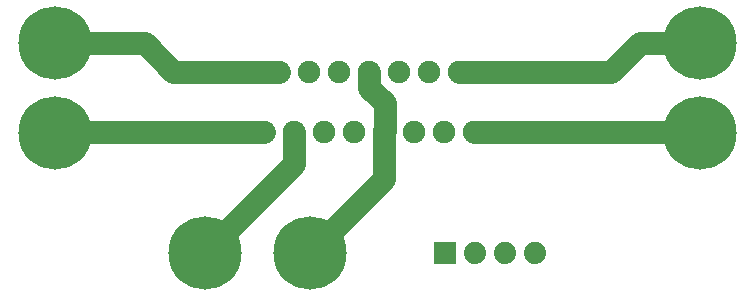
<source format=gbl>
G75*
%MOIN*%
%OFA0B0*%
%FSLAX24Y24*%
%IPPOS*%
%LPD*%
%AMOC8*
5,1,8,0,0,1.08239X$1,22.5*
%
%ADD10C,0.2440*%
%ADD11R,0.0740X0.0740*%
%ADD12C,0.0740*%
%ADD13C,0.0748*%
%ADD14C,0.0760*%
D10*
X007600Y002100D03*
X011100Y002100D03*
X002600Y006100D03*
X002600Y009100D03*
X024100Y009100D03*
X024100Y006100D03*
D11*
X015600Y002100D03*
D12*
X016600Y002100D03*
X017600Y002100D03*
X018600Y002100D03*
D13*
X016576Y006159D03*
X015576Y006159D03*
X014576Y006159D03*
X013576Y006159D03*
X012576Y006159D03*
X011576Y006159D03*
X010576Y006159D03*
X009576Y006159D03*
X010076Y008159D03*
X011076Y008159D03*
X012076Y008159D03*
X013076Y008159D03*
X014076Y008159D03*
X015076Y008159D03*
X016076Y008159D03*
D14*
X021159Y008159D01*
X022100Y009100D01*
X024100Y009100D01*
X024041Y006159D02*
X024100Y006100D01*
X024041Y006159D02*
X016576Y006159D01*
X013600Y006183D02*
X013576Y006159D01*
X013576Y004576D01*
X011100Y002100D01*
X010576Y005076D02*
X007600Y002100D01*
X010576Y005076D02*
X010576Y006159D01*
X009576Y006159D02*
X002659Y006159D01*
X002600Y006100D01*
X005600Y009100D02*
X006541Y008159D01*
X010076Y008159D01*
X013076Y008159D02*
X013076Y007624D01*
X013600Y007100D01*
X013600Y006183D01*
X005600Y009100D02*
X002600Y009100D01*
M02*

</source>
